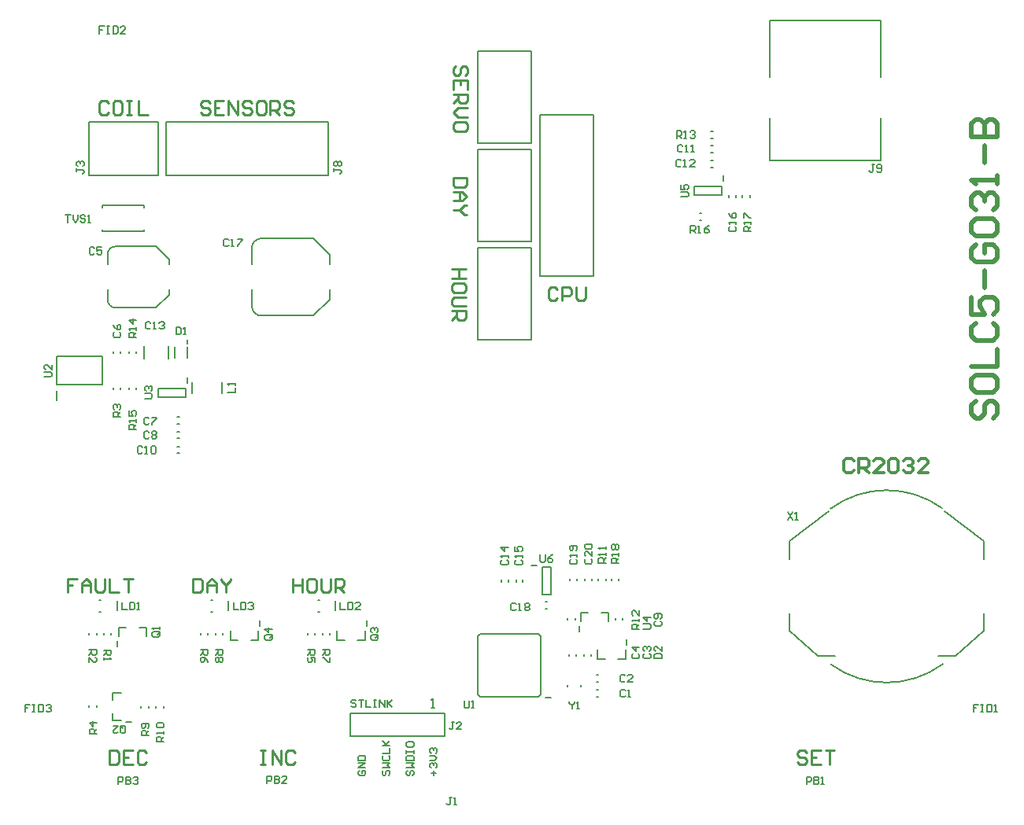
<source format=gto>
G04*
G04 #@! TF.GenerationSoftware,Altium Limited,Altium Designer,20.1.12 (249)*
G04*
G04 Layer_Color=15132400*
%FSLAX25Y25*%
%MOIN*%
G70*
G04*
G04 #@! TF.SameCoordinates,1D8D0487-A391-4BDE-A0F4-8CBC614C10EB*
G04*
G04*
G04 #@! TF.FilePolarity,Positive*
G04*
G01*
G75*
%ADD10C,0.00787*%
%ADD11C,0.01968*%
%ADD12C,0.01181*%
%ADD13C,0.00591*%
%ADD14C,0.00984*%
D10*
X399908Y140988D02*
G03*
X352593Y140801I-23530J-32366D01*
G01*
X352848Y74760D02*
G03*
X400162Y74947I23530J32366D01*
G01*
X49789Y251969D02*
G03*
X46457Y248636I0J-3332D01*
G01*
X46457Y229317D02*
G03*
X49789Y225984I3332J0D01*
G01*
X107480Y226772D02*
G03*
X111683Y222569I4203J0D01*
G01*
Y255384D02*
G03*
X107480Y251181I0J-4203D01*
G01*
X229528Y239370D02*
X252166D01*
Y307874D01*
X229528D02*
X252166D01*
X229528Y239370D02*
Y307874D01*
X251083Y78346D02*
Y79134D01*
X248130Y78346D02*
Y79134D01*
X244784Y78346D02*
Y79134D01*
X241831Y78346D02*
Y79134D01*
X204331Y87795D02*
X228740D01*
X229921Y86614D01*
X203150Y62205D02*
X204331Y61024D01*
X228740D01*
X203150Y62205D02*
Y86614D01*
X229921Y62205D02*
Y86614D01*
X203150D02*
X204331Y87795D01*
X228740Y61024D02*
X229921Y62205D01*
X231889Y60827D02*
X234251D01*
X297244Y262992D02*
X298031D01*
X297244Y266141D02*
X298031D01*
X374016Y323622D02*
Y347638D01*
Y288543D02*
Y306299D01*
X326772Y288543D02*
Y306299D01*
Y288543D02*
X374016D01*
X326772Y323622D02*
Y347638D01*
X374016D01*
X335173Y126982D02*
X352004Y139862D01*
X400826Y139805D02*
X417583Y126982D01*
X398091Y78441D02*
X405610Y78445D01*
X417583Y89035D01*
Y96299D01*
Y119449D02*
Y126982D01*
X335173Y119449D02*
Y126976D01*
Y89035D02*
Y96299D01*
Y89035D02*
X347146Y78445D01*
X354665Y78441D01*
X149292Y54134D02*
X189292D01*
X149292Y44291D02*
X189292D01*
Y54134D01*
X149292Y44291D02*
Y54134D01*
X225787Y116732D02*
X228150D01*
X230512Y116142D02*
X234055D01*
X230512Y104331D02*
X234055D01*
X230512D02*
Y116142D01*
X234055Y104331D02*
Y116142D01*
X51969Y191338D02*
Y192126D01*
X48819Y191338D02*
Y192126D01*
X51870Y206693D02*
Y207480D01*
X48918Y206693D02*
Y207480D01*
X58661Y191339D02*
Y192126D01*
X55511Y191339D02*
Y192126D01*
X58661Y206693D02*
Y207481D01*
X55511Y206693D02*
Y207481D01*
X75984Y170571D02*
X76772D01*
X75984Y173524D02*
X76772D01*
X75984Y164272D02*
X76772D01*
X75984Y167225D02*
X76772D01*
X75984Y179823D02*
X76772D01*
X75984Y176870D02*
X76772D01*
X75001Y204724D02*
Y209449D01*
X80119Y204724D02*
Y209449D01*
X80315Y210630D02*
Y212402D01*
X94882Y189764D02*
Y194489D01*
X82284Y189764D02*
Y194488D01*
X48425Y59646D02*
Y62795D01*
X52362D01*
X48425Y50984D02*
Y54134D01*
Y50984D02*
X52362D01*
X54331Y50394D02*
X56693D01*
X24804Y186752D02*
Y190689D01*
X24961Y193350D02*
X44331D01*
X24961Y205350D02*
X44331D01*
X24961Y193350D02*
Y205350D01*
X44331Y193350D02*
Y205350D01*
X72047Y204331D02*
Y209842D01*
X61811Y204331D02*
Y209842D01*
X80118Y194094D02*
Y196457D01*
X79527Y188189D02*
Y191732D01*
X67716Y188189D02*
Y191732D01*
X79527D01*
X67716Y188189D02*
X79527D01*
X70078Y56299D02*
Y57087D01*
X66929Y56299D02*
Y57087D01*
X60630Y56299D02*
Y57086D01*
X63780Y56299D02*
Y57086D01*
X41732Y56693D02*
Y57481D01*
X38582Y56693D02*
Y57481D01*
X231890Y98523D02*
X232677D01*
X231890Y101476D02*
X232677D01*
X262992Y110236D02*
Y111024D01*
X259842Y110236D02*
Y111024D01*
X251476Y110236D02*
Y111024D01*
X248523Y110236D02*
Y111024D01*
X245177Y110236D02*
Y111024D01*
X242224Y110236D02*
Y111024D01*
X222342Y109843D02*
Y110630D01*
X219389Y109843D02*
Y110630D01*
X216043Y109843D02*
Y110630D01*
X213090Y109843D02*
Y110630D01*
X246260Y88583D02*
Y90945D01*
X246850Y92913D02*
Y96850D01*
X250000D01*
X258661Y92913D02*
Y96850D01*
X255512D02*
X258661D01*
X241339Y93701D02*
Y94488D01*
X244489Y93701D02*
Y94488D01*
X257480Y110236D02*
Y111024D01*
X254330Y110236D02*
Y111024D01*
X261516Y93701D02*
Y94488D01*
X264469Y93701D02*
Y94488D01*
X253937Y77165D02*
X257087D01*
X253937D02*
Y81102D01*
X262599Y77165D02*
X265748D01*
Y81102D01*
X266339Y83071D02*
Y85433D01*
X253543Y70374D02*
X254330D01*
X253543Y67421D02*
X254330D01*
X253543Y64074D02*
X254330D01*
X253543Y61122D02*
X254330D01*
X241339Y65354D02*
Y66142D01*
X246850Y65354D02*
Y66142D01*
X42914Y97146D02*
X43701D01*
X42914Y102067D02*
X43701D01*
X50394Y97638D02*
Y101575D01*
X90158Y97145D02*
X90945D01*
X90158Y102067D02*
X90945D01*
X97638Y97638D02*
Y101575D01*
X135433Y97146D02*
X136221D01*
X135433Y102067D02*
X136221D01*
X142913Y97638D02*
Y101575D01*
X38583Y87401D02*
Y88189D01*
X41733Y87401D02*
Y88189D01*
X44882Y87401D02*
Y88189D01*
X48032Y87401D02*
Y88189D01*
X59842Y90551D02*
X62992D01*
Y86614D02*
Y90551D01*
X51181D02*
X54331D01*
X51181Y86614D02*
Y90551D01*
X50591Y82284D02*
Y84646D01*
X92126Y87401D02*
Y88189D01*
X95276Y87401D02*
Y88189D01*
X85827Y87401D02*
Y88189D01*
X88977Y87401D02*
Y88189D01*
X98425Y85039D02*
X101575D01*
X98425D02*
Y88976D01*
X107087Y85039D02*
X110236D01*
Y88976D01*
X110827Y90945D02*
Y93307D01*
X137402Y87401D02*
Y88189D01*
X140551Y87401D02*
Y88189D01*
X131103Y87401D02*
Y88189D01*
X134252Y87401D02*
Y88189D01*
X143701Y85039D02*
X146851D01*
X143701D02*
Y88976D01*
X152362Y85039D02*
X155512D01*
Y88976D01*
X156102Y90945D02*
Y93307D01*
X72441Y244291D02*
Y246457D01*
X66929Y251969D02*
X72441Y246457D01*
X66929Y225984D02*
X72441Y231496D01*
Y233858D01*
X49789Y251969D02*
X66929D01*
X46457Y244291D02*
Y248636D01*
X46457Y229317D02*
Y233661D01*
X49789Y225984D02*
X66929D01*
X71260Y282086D02*
Y304724D01*
Y282086D02*
X139764D01*
Y304724D01*
X71260D02*
X139764D01*
X140551Y244291D02*
Y248425D01*
X133592Y255384D02*
X140551Y248425D01*
X133592Y222569D02*
X140551Y229528D01*
Y233661D01*
X111683Y222569D02*
X133592D01*
X107480Y226772D02*
Y233661D01*
X111683Y255384D02*
X133592D01*
X107480Y244291D02*
Y251181D01*
X38583Y282086D02*
Y304724D01*
Y282086D02*
X67716D01*
Y304724D01*
X38583D02*
X67716D01*
X62008Y258268D02*
Y259055D01*
X44291Y258268D02*
Y259055D01*
X62008Y268504D02*
Y269291D01*
X44291Y268504D02*
Y269291D01*
Y258268D02*
X62008D01*
X44291Y269291D02*
X62008D01*
X309548Y272834D02*
Y273622D01*
X312500Y272834D02*
Y273622D01*
X315355Y272834D02*
Y273622D01*
X318504Y272834D02*
Y273622D01*
X301969Y297638D02*
X302756D01*
X301969Y300788D02*
X302756D01*
X301969Y291831D02*
X302756D01*
X301969Y294784D02*
X302756D01*
X301969Y285532D02*
X302756D01*
X301969Y288485D02*
X302756D01*
X294882Y273819D02*
X306693D01*
X294882Y277362D02*
X306693D01*
X294882Y273819D02*
Y277362D01*
X306693Y273819D02*
Y277362D01*
X307283Y279724D02*
Y282086D01*
X225984Y254134D02*
Y293110D01*
X203346Y254134D02*
X225984D01*
X203346D02*
Y293110D01*
X225984D01*
X225984Y212401D02*
Y251378D01*
X203346Y212401D02*
X225984D01*
X203346D02*
Y251378D01*
X225984D01*
X203346Y334842D02*
X225984D01*
X203346Y295866D02*
Y334842D01*
Y295866D02*
X225984D01*
Y334842D01*
D11*
X414045Y186480D02*
X412208Y184644D01*
Y180971D01*
X414045Y179134D01*
X415882D01*
X417718Y180971D01*
Y184644D01*
X419555Y186480D01*
X421392D01*
X423228Y184644D01*
Y180971D01*
X421392Y179134D01*
X412208Y195664D02*
Y191991D01*
X414045Y190154D01*
X421392D01*
X423228Y191991D01*
Y195664D01*
X421392Y197501D01*
X414045D01*
X412208Y195664D01*
Y201174D02*
X423228D01*
Y208521D01*
X414045Y219541D02*
X412208Y217704D01*
Y214031D01*
X414045Y212194D01*
X421392D01*
X423228Y214031D01*
Y217704D01*
X421392Y219541D01*
X412208Y230561D02*
Y223214D01*
X417718D01*
X415882Y226887D01*
Y228724D01*
X417718Y230561D01*
X421392D01*
X423228Y228724D01*
Y225051D01*
X421392Y223214D01*
X417718Y234234D02*
Y241581D01*
X414045Y252601D02*
X412208Y250764D01*
Y247091D01*
X414045Y245254D01*
X421392D01*
X423228Y247091D01*
Y250764D01*
X421392Y252601D01*
X417718D01*
Y248928D01*
X414045Y256274D02*
X412208Y258111D01*
Y261784D01*
X414045Y263621D01*
X421392D01*
X423228Y261784D01*
Y258111D01*
X421392Y256274D01*
X414045D01*
Y267294D02*
X412208Y269131D01*
Y272804D01*
X414045Y274641D01*
X415882D01*
X417718Y272804D01*
Y270968D01*
Y272804D01*
X419555Y274641D01*
X421392D01*
X423228Y272804D01*
Y269131D01*
X421392Y267294D01*
X423228Y278314D02*
Y281988D01*
Y280151D01*
X412208D01*
X414045Y278314D01*
X417718Y287498D02*
Y294845D01*
X412208Y298518D02*
X423228D01*
Y304028D01*
X421392Y305865D01*
X419555D01*
X417718Y304028D01*
Y298518D01*
Y304028D01*
X415882Y305865D01*
X414045D01*
X412208Y304028D01*
Y298518D01*
D12*
X362466Y161153D02*
X361416Y162203D01*
X359317D01*
X358268Y161153D01*
Y156955D01*
X359317Y155905D01*
X361416D01*
X362466Y156955D01*
X364565Y155905D02*
Y162203D01*
X367713D01*
X368763Y161153D01*
Y159054D01*
X367713Y158005D01*
X364565D01*
X366664D02*
X368763Y155905D01*
X375060D02*
X370862D01*
X375060Y160104D01*
Y161153D01*
X374011Y162203D01*
X371912D01*
X370862Y161153D01*
X377159D02*
X378209Y162203D01*
X380308D01*
X381357Y161153D01*
Y156955D01*
X380308Y155905D01*
X378209D01*
X377159Y156955D01*
Y161153D01*
X383456D02*
X384506Y162203D01*
X386605D01*
X387654Y161153D01*
Y160104D01*
X386605Y159054D01*
X385556D01*
X386605D01*
X387654Y158005D01*
Y156955D01*
X386605Y155905D01*
X384506D01*
X383456Y156955D01*
X393952Y155905D02*
X389754D01*
X393952Y160104D01*
Y161153D01*
X392902Y162203D01*
X390803D01*
X389754Y161153D01*
D13*
X153085Y29855D02*
X152560Y29330D01*
Y28281D01*
X153085Y27756D01*
X155184D01*
X155709Y28281D01*
Y29330D01*
X155184Y29855D01*
X154134D01*
Y28805D01*
X155709Y30904D02*
X152560D01*
X155709Y33004D01*
X152560D01*
Y34053D02*
X155709D01*
Y35627D01*
X155184Y36152D01*
X153085D01*
X152560Y35627D01*
Y34053D01*
X184449Y27756D02*
Y29855D01*
X183400Y28805D02*
X185499D01*
X183400Y30904D02*
X182875Y31429D01*
Y32479D01*
X183400Y33004D01*
X183925D01*
X184449Y32479D01*
Y31954D01*
Y32479D01*
X184974Y33004D01*
X185499D01*
X186024Y32479D01*
Y31429D01*
X185499Y30904D01*
X182875Y34053D02*
X184974D01*
X186024Y35103D01*
X184974Y36152D01*
X182875D01*
X183400Y37202D02*
X182875Y37726D01*
Y38776D01*
X183400Y39301D01*
X183925D01*
X184449Y38776D01*
Y38251D01*
Y38776D01*
X184974Y39301D01*
X185499D01*
X186024Y38776D01*
Y37726D01*
X185499Y37202D01*
X163321Y29855D02*
X162796Y29330D01*
Y28281D01*
X163321Y27756D01*
X163846D01*
X164371Y28281D01*
Y29330D01*
X164895Y29855D01*
X165420D01*
X165945Y29330D01*
Y28281D01*
X165420Y27756D01*
X162796Y30904D02*
X165945D01*
X164895Y31954D01*
X165945Y33004D01*
X162796D01*
X163321Y36152D02*
X162796Y35627D01*
Y34578D01*
X163321Y34053D01*
X165420D01*
X165945Y34578D01*
Y35627D01*
X165420Y36152D01*
X162796Y37202D02*
X165945D01*
Y39301D01*
X162796Y40350D02*
X165945D01*
X164895D01*
X162796Y42449D01*
X164371Y40875D01*
X165945Y42449D01*
X173557Y29855D02*
X173032Y29330D01*
Y28281D01*
X173557Y27756D01*
X174082D01*
X174607Y28281D01*
Y29330D01*
X175132Y29855D01*
X175656D01*
X176181Y29330D01*
Y28281D01*
X175656Y27756D01*
X173032Y30904D02*
X176181D01*
X175132Y31954D01*
X176181Y33004D01*
X173032D01*
Y34053D02*
X176181D01*
Y35627D01*
X175656Y36152D01*
X173557D01*
X173032Y35627D01*
Y34053D01*
Y37202D02*
Y38251D01*
Y37726D01*
X176181D01*
Y37202D01*
Y38251D01*
X173032Y41400D02*
Y40350D01*
X173557Y39825D01*
X175656D01*
X176181Y40350D01*
Y41400D01*
X175656Y41925D01*
X173557D01*
X173032Y41400D01*
X183465Y56299D02*
X184776D01*
X184121D01*
Y60235D01*
X183465Y59579D01*
X219423Y100262D02*
X218898Y100787D01*
X217849D01*
X217324Y100262D01*
Y98163D01*
X217849Y97638D01*
X218898D01*
X219423Y98163D01*
X220473Y97638D02*
X221522D01*
X220998D01*
Y100787D01*
X220473Y100262D01*
X223096D02*
X223621Y100787D01*
X224671D01*
X225196Y100262D01*
Y99737D01*
X224671Y99213D01*
X225196Y98688D01*
Y98163D01*
X224671Y97638D01*
X223621D01*
X223096Y98163D01*
Y98688D01*
X223621Y99213D01*
X223096Y99737D01*
Y100262D01*
X223621Y99213D02*
X224671D01*
X289305Y288254D02*
X288780Y288779D01*
X287731D01*
X287206Y288254D01*
Y286155D01*
X287731Y285630D01*
X288780D01*
X289305Y286155D01*
X290355Y285630D02*
X291404D01*
X290879D01*
Y288779D01*
X290355Y288254D01*
X295077Y285630D02*
X292978D01*
X295077Y287730D01*
Y288254D01*
X294553Y288779D01*
X293503D01*
X292978Y288254D01*
X197507Y59448D02*
Y56824D01*
X198032Y56300D01*
X199082D01*
X199606Y56824D01*
Y59448D01*
X200656Y56300D02*
X201705D01*
X201181D01*
Y59448D01*
X200656Y58924D01*
X262992Y117718D02*
X259843D01*
Y119292D01*
X260368Y119817D01*
X261417D01*
X261942Y119292D01*
Y117718D01*
Y118767D02*
X262992Y119817D01*
Y120866D02*
Y121916D01*
Y121391D01*
X259843D01*
X260368Y120866D01*
Y123490D02*
X259843Y124015D01*
Y125065D01*
X260368Y125589D01*
X260893D01*
X261417Y125065D01*
X261942Y125589D01*
X262467D01*
X262992Y125065D01*
Y124015D01*
X262467Y123490D01*
X261942D01*
X261417Y124015D01*
X260893Y123490D01*
X260368D01*
X261417Y124015D02*
Y125065D01*
X271653Y89765D02*
X268504D01*
Y91339D01*
X269029Y91864D01*
X270079D01*
X270603Y91339D01*
Y89765D01*
Y90815D02*
X271653Y91864D01*
Y92914D02*
Y93963D01*
Y93438D01*
X268504D01*
X269029Y92914D01*
X271653Y97636D02*
Y95538D01*
X269554Y97636D01*
X269029D01*
X268504Y97112D01*
Y96062D01*
X269029Y95538D01*
X257480Y117849D02*
X254331D01*
Y119423D01*
X254856Y119948D01*
X255906D01*
X256430Y119423D01*
Y117849D01*
Y118898D02*
X257480Y119948D01*
Y120998D02*
Y122047D01*
Y121522D01*
X254331D01*
X254856Y120998D01*
X257480Y123621D02*
Y124671D01*
Y124146D01*
X254331D01*
X254856Y123621D01*
X131103Y80970D02*
X134251D01*
Y79396D01*
X133726Y78871D01*
X132677D01*
X132152Y79396D01*
Y80970D01*
Y79921D02*
X131103Y78871D01*
X134251Y75722D02*
Y77822D01*
X132677D01*
X133202Y76772D01*
Y76247D01*
X132677Y75722D01*
X131627D01*
X131103Y76247D01*
Y77297D01*
X131627Y77822D01*
X99739Y101181D02*
Y98032D01*
X101838D01*
X102887Y101181D02*
Y98032D01*
X104462D01*
X104987Y98557D01*
Y100656D01*
X104462Y101181D01*
X102887D01*
X106036Y100656D02*
X106561Y101181D01*
X107610D01*
X108135Y100656D01*
Y100131D01*
X107610Y99606D01*
X107086D01*
X107610D01*
X108135Y99081D01*
Y98557D01*
X107610Y98032D01*
X106561D01*
X106036Y98557D01*
X145015Y101181D02*
Y98032D01*
X147114D01*
X148163Y101181D02*
Y98032D01*
X149738D01*
X150262Y98557D01*
Y100656D01*
X149738Y101181D01*
X148163D01*
X153411Y98032D02*
X151312D01*
X153411Y100131D01*
Y100656D01*
X152886Y101181D01*
X151837D01*
X151312Y100656D01*
X242651Y119423D02*
X242126Y118898D01*
Y117849D01*
X242651Y117324D01*
X244750D01*
X245275Y117849D01*
Y118898D01*
X244750Y119423D01*
X245275Y120473D02*
Y121522D01*
Y120998D01*
X242126D01*
X242651Y120473D01*
X244750Y123097D02*
X245275Y123621D01*
Y124671D01*
X244750Y125196D01*
X242651D01*
X242126Y124671D01*
Y123621D01*
X242651Y123097D01*
X243176D01*
X243701Y123621D01*
Y125196D01*
X219423Y119029D02*
X218898Y118505D01*
Y117455D01*
X219423Y116930D01*
X221522D01*
X222047Y117455D01*
Y118505D01*
X221522Y119029D01*
X222047Y120079D02*
Y121128D01*
Y120604D01*
X218898D01*
X219423Y120079D01*
X218898Y124802D02*
Y122703D01*
X220472D01*
X219948Y123752D01*
Y124277D01*
X220472Y124802D01*
X221522D01*
X222047Y124277D01*
Y123228D01*
X221522Y122703D01*
X64042Y173097D02*
X63517Y173621D01*
X62468D01*
X61943Y173097D01*
Y170998D01*
X62468Y170473D01*
X63517D01*
X64042Y170998D01*
X65092Y173097D02*
X65617Y173621D01*
X66666D01*
X67191Y173097D01*
Y172572D01*
X66666Y172047D01*
X67191Y171522D01*
Y170998D01*
X66666Y170473D01*
X65617D01*
X65092Y170998D01*
Y171522D01*
X65617Y172047D01*
X65092Y172572D01*
Y173097D01*
X65617Y172047D02*
X66666D01*
X241995Y59055D02*
Y58530D01*
X243045Y57480D01*
X244094Y58530D01*
Y59055D01*
X243045Y57480D02*
Y55906D01*
X245144D02*
X246194D01*
X245669D01*
Y59055D01*
X245144Y58530D01*
X334515Y139370D02*
X336614Y136221D01*
Y139370D02*
X334515Y136221D01*
X337664D02*
X338713D01*
X338189D01*
Y139370D01*
X337664Y138845D01*
X273229Y89896D02*
X275853D01*
X276377Y90421D01*
Y91470D01*
X275853Y91995D01*
X273229D01*
X276377Y94619D02*
X273229D01*
X274803Y93045D01*
Y95144D01*
X229660Y121259D02*
Y118635D01*
X230184Y118111D01*
X231234D01*
X231759Y118635D01*
Y121259D01*
X234907D02*
X233858Y120735D01*
X232808Y119685D01*
Y118635D01*
X233333Y118111D01*
X234383D01*
X234907Y118635D01*
Y119160D01*
X234383Y119685D01*
X232808D01*
X289371Y272967D02*
X291994D01*
X292519Y273492D01*
Y274541D01*
X291994Y275066D01*
X289371D01*
Y278214D02*
Y276115D01*
X290945D01*
X290420Y277165D01*
Y277690D01*
X290945Y278214D01*
X291994D01*
X292519Y277690D01*
Y276640D01*
X291994Y276115D01*
X62205Y187534D02*
X64829D01*
X65354Y188058D01*
Y189108D01*
X64829Y189633D01*
X62205D01*
X62730Y190682D02*
X62205Y191207D01*
Y192256D01*
X62730Y192781D01*
X63255D01*
X63779Y192256D01*
Y191732D01*
Y192256D01*
X64304Y192781D01*
X64829D01*
X65354Y192256D01*
Y191207D01*
X64829Y190682D01*
X19685Y196589D02*
X22309D01*
X22834Y197114D01*
Y198163D01*
X22309Y198688D01*
X19685D01*
X22834Y201836D02*
Y199737D01*
X20735Y201836D01*
X20210D01*
X19685Y201312D01*
Y200262D01*
X20210Y199737D01*
X28611Y265354D02*
X30710D01*
X29660D01*
Y262205D01*
X31759Y265354D02*
Y263255D01*
X32809Y262205D01*
X33858Y263255D01*
Y265354D01*
X37007Y264829D02*
X36482Y265354D01*
X35433D01*
X34908Y264829D01*
Y264304D01*
X35433Y263779D01*
X36482D01*
X37007Y263255D01*
Y262730D01*
X36482Y262205D01*
X35433D01*
X34908Y262730D01*
X38056Y262205D02*
X39106D01*
X38581D01*
Y265354D01*
X38056Y264829D01*
X318897Y258269D02*
X315749D01*
Y259843D01*
X316273Y260368D01*
X317323D01*
X317848Y259843D01*
Y258269D01*
Y259318D02*
X318897Y260368D01*
Y261418D02*
Y262467D01*
Y261942D01*
X315749D01*
X316273Y261418D01*
X315749Y264041D02*
Y266141D01*
X316273D01*
X318372Y264041D01*
X318897D01*
X293308Y257678D02*
Y260826D01*
X294883D01*
X295407Y260301D01*
Y259252D01*
X294883Y258727D01*
X293308D01*
X294358D02*
X295407Y257678D01*
X296457D02*
X297506D01*
X296982D01*
Y260826D01*
X296457Y260301D01*
X301180Y260826D02*
X300130Y260301D01*
X299081Y259252D01*
Y258202D01*
X299605Y257678D01*
X300655D01*
X301180Y258202D01*
Y258727D01*
X300655Y259252D01*
X299081D01*
X58661Y174411D02*
X55512D01*
Y175985D01*
X56037Y176510D01*
X57087D01*
X57611Y175985D01*
Y174411D01*
Y175460D02*
X58661Y176510D01*
Y177559D02*
Y178609D01*
Y178084D01*
X55512D01*
X56037Y177559D01*
X55512Y182282D02*
Y180183D01*
X57087D01*
X56562Y181233D01*
Y181757D01*
X57087Y182282D01*
X58136D01*
X58661Y181757D01*
Y180708D01*
X58136Y180183D01*
X58661Y213387D02*
X55512D01*
Y214961D01*
X56037Y215486D01*
X57087D01*
X57611Y214961D01*
Y213387D01*
Y214437D02*
X58661Y215486D01*
Y216536D02*
Y217585D01*
Y217060D01*
X55512D01*
X56037Y216536D01*
X58661Y220734D02*
X55512D01*
X57087Y219160D01*
Y221259D01*
X287403Y297835D02*
Y300984D01*
X288977D01*
X289502Y300459D01*
Y299410D01*
X288977Y298885D01*
X287403D01*
X288452D02*
X289502Y297835D01*
X290551D02*
X291601D01*
X291076D01*
Y300984D01*
X290551Y300459D01*
X293175D02*
X293700Y300984D01*
X294750D01*
X295274Y300459D01*
Y299934D01*
X294750Y299410D01*
X294225D01*
X294750D01*
X295274Y298885D01*
Y298360D01*
X294750Y297835D01*
X293700D01*
X293175Y298360D01*
X70275Y42127D02*
X67127D01*
Y43702D01*
X67651Y44226D01*
X68701D01*
X69226Y43702D01*
Y42127D01*
Y43177D02*
X70275Y44226D01*
Y45276D02*
Y46325D01*
Y45801D01*
X67127D01*
X67651Y45276D01*
Y47900D02*
X67127Y48425D01*
Y49474D01*
X67651Y49999D01*
X69750D01*
X70275Y49474D01*
Y48425D01*
X69750Y47900D01*
X67651D01*
X63976Y44620D02*
X60827D01*
Y46195D01*
X61352Y46719D01*
X62402D01*
X62926Y46195D01*
Y44620D01*
Y45670D02*
X63976Y46719D01*
X63451Y47769D02*
X63976Y48294D01*
Y49343D01*
X63451Y49868D01*
X61352D01*
X60827Y49343D01*
Y48294D01*
X61352Y47769D01*
X61877D01*
X62402Y48294D01*
Y49868D01*
X41929Y45408D02*
X38780D01*
Y46982D01*
X39305Y47507D01*
X40354D01*
X40879Y46982D01*
Y45408D01*
Y46457D02*
X41929Y47507D01*
Y50131D02*
X38780D01*
X40354Y48556D01*
Y50655D01*
X92127Y80970D02*
X95275D01*
Y79396D01*
X94750Y78871D01*
X93701D01*
X93176Y79396D01*
Y80970D01*
Y79921D02*
X92127Y78871D01*
X94750Y77822D02*
X95275Y77297D01*
Y76247D01*
X94750Y75723D01*
X94226D01*
X93701Y76247D01*
X93176Y75723D01*
X92651D01*
X92127Y76247D01*
Y77297D01*
X92651Y77822D01*
X93176D01*
X93701Y77297D01*
X94226Y77822D01*
X94750D01*
X93701Y77297D02*
Y76247D01*
X137402Y80970D02*
X140550D01*
Y79396D01*
X140026Y78871D01*
X138976D01*
X138451Y79396D01*
Y80970D01*
Y79921D02*
X137402Y78871D01*
X140550Y77822D02*
Y75722D01*
X140026D01*
X137926Y77822D01*
X137402D01*
X85827Y80970D02*
X88976D01*
Y79396D01*
X88451Y78871D01*
X87402D01*
X86877Y79396D01*
Y80970D01*
Y79921D02*
X85827Y78871D01*
X88976Y75723D02*
X88451Y76772D01*
X87402Y77822D01*
X86352D01*
X85827Y77297D01*
Y76247D01*
X86352Y75723D01*
X86877D01*
X87402Y76247D01*
Y77822D01*
X51968Y179660D02*
X48819D01*
Y181234D01*
X49344Y181759D01*
X50394D01*
X50919Y181234D01*
Y179660D01*
Y180709D02*
X51968Y181759D01*
X49344Y182808D02*
X48819Y183333D01*
Y184382D01*
X49344Y184907D01*
X49869D01*
X50394Y184382D01*
Y183858D01*
Y184382D01*
X50919Y184907D01*
X51443D01*
X51968Y184382D01*
Y183333D01*
X51443Y182808D01*
X38583Y80970D02*
X41732D01*
Y79396D01*
X41207Y78871D01*
X40157D01*
X39633Y79396D01*
Y80970D01*
Y79921D02*
X38583Y78871D01*
Y75723D02*
Y77822D01*
X40682Y75723D01*
X41207D01*
X41732Y76247D01*
Y77297D01*
X41207Y77822D01*
X44882Y80839D02*
X48031D01*
Y79265D01*
X47506Y78740D01*
X46457D01*
X45932Y79265D01*
Y80839D01*
Y79790D02*
X44882Y78740D01*
Y77691D02*
Y76641D01*
Y77166D01*
X48031D01*
X47506Y77691D01*
X115617Y87270D02*
X113517D01*
X112993Y86746D01*
Y85696D01*
X113517Y85172D01*
X115617D01*
X116141Y85696D01*
Y86746D01*
X115092Y86221D02*
X116141Y87270D01*
Y86746D02*
X115617Y87270D01*
X116141Y89894D02*
X112993D01*
X114567Y88320D01*
Y90419D01*
X160498Y87270D02*
X158399D01*
X157875Y86746D01*
Y85696D01*
X158399Y85172D01*
X160498D01*
X161023Y85696D01*
Y86746D01*
X159974Y86221D02*
X161023Y87270D01*
Y86746D02*
X160498Y87270D01*
X158399Y88320D02*
X157875Y88845D01*
Y89894D01*
X158399Y90419D01*
X158924D01*
X159449Y89894D01*
Y89370D01*
Y89894D01*
X159974Y90419D01*
X160498D01*
X161023Y89894D01*
Y88845D01*
X160498Y88320D01*
X51903Y48294D02*
Y46195D01*
X52428Y45670D01*
X53477D01*
X54002Y46195D01*
Y48294D01*
X53477Y48818D01*
X52428D01*
X52952Y47769D02*
X51903Y48818D01*
X52428D02*
X51903Y48294D01*
X48754Y48818D02*
X50853D01*
X48754Y46719D01*
Y46195D01*
X49279Y45670D01*
X50328D01*
X50853Y46195D01*
X67979Y88583D02*
X65880D01*
X65355Y88058D01*
Y87008D01*
X65880Y86484D01*
X67979D01*
X68503Y87008D01*
Y88058D01*
X67454Y87533D02*
X68503Y88583D01*
Y88058D02*
X67979Y88583D01*
X68503Y89632D02*
Y90682D01*
Y90157D01*
X65355D01*
X65880Y89632D01*
X50920Y24016D02*
Y27165D01*
X52494D01*
X53019Y26640D01*
Y25591D01*
X52494Y25066D01*
X50920D01*
X54069Y27165D02*
Y24016D01*
X55643D01*
X56168Y24541D01*
Y25066D01*
X55643Y25591D01*
X54069D01*
X55643D01*
X56168Y26115D01*
Y26640D01*
X55643Y27165D01*
X54069D01*
X57217Y26640D02*
X57742Y27165D01*
X58792D01*
X59316Y26640D01*
Y26115D01*
X58792Y25591D01*
X58267D01*
X58792D01*
X59316Y25066D01*
Y24541D01*
X58792Y24016D01*
X57742D01*
X57217Y24541D01*
X113912Y24410D02*
Y27559D01*
X115486D01*
X116011Y27034D01*
Y25984D01*
X115486Y25460D01*
X113912D01*
X117061Y27559D02*
Y24410D01*
X118635D01*
X119160Y24935D01*
Y25460D01*
X118635Y25984D01*
X117061D01*
X118635D01*
X119160Y26509D01*
Y27034D01*
X118635Y27559D01*
X117061D01*
X122308Y24410D02*
X120209D01*
X122308Y26509D01*
Y27034D01*
X121784Y27559D01*
X120734D01*
X120209Y27034D01*
X342390Y24016D02*
Y27165D01*
X343964D01*
X344489Y26640D01*
Y25591D01*
X343964Y25066D01*
X342390D01*
X345538Y27165D02*
Y24016D01*
X347112D01*
X347637Y24541D01*
Y25066D01*
X347112Y25591D01*
X345538D01*
X347112D01*
X347637Y26115D01*
Y26640D01*
X347112Y27165D01*
X345538D01*
X348687Y24016D02*
X349736D01*
X349212D01*
Y27165D01*
X348687Y26640D01*
X52626Y101181D02*
Y98032D01*
X54725D01*
X55774Y101181D02*
Y98032D01*
X57349D01*
X57873Y98557D01*
Y100656D01*
X57349Y101181D01*
X55774D01*
X58923Y98032D02*
X59973D01*
X59448D01*
Y101181D01*
X58923Y100656D01*
X97245Y190027D02*
X100393D01*
Y192126D01*
Y193175D02*
Y194225D01*
Y193700D01*
X97245D01*
X97769Y193175D01*
X371129Y286614D02*
X370079D01*
X370604D01*
Y283990D01*
X370079Y283465D01*
X369554D01*
X369030Y283990D01*
X372178D02*
X372703Y283465D01*
X373753D01*
X374277Y283990D01*
Y286089D01*
X373753Y286614D01*
X372703D01*
X372178Y286089D01*
Y285564D01*
X372703Y285039D01*
X374277D01*
X142323Y284908D02*
Y283859D01*
Y284384D01*
X144947D01*
X145472Y283859D01*
Y283334D01*
X144947Y282809D01*
X142848Y285958D02*
X142323Y286483D01*
Y287532D01*
X142848Y288057D01*
X143373D01*
X143898Y287532D01*
X144422Y288057D01*
X144947D01*
X145472Y287532D01*
Y286483D01*
X144947Y285958D01*
X144422D01*
X143898Y286483D01*
X143373Y285958D01*
X142848D01*
X143898Y286483D02*
Y287532D01*
X33268Y284908D02*
Y283859D01*
Y284384D01*
X35892D01*
X36417Y283859D01*
Y283334D01*
X35892Y282809D01*
X33793Y285958D02*
X33268Y286483D01*
Y287532D01*
X33793Y288057D01*
X34318D01*
X34843Y287532D01*
Y287007D01*
Y287532D01*
X35367Y288057D01*
X35892D01*
X36417Y287532D01*
Y286483D01*
X35892Y285958D01*
X193176Y50393D02*
X192127D01*
X192651D01*
Y47769D01*
X192127Y47245D01*
X191602D01*
X191077Y47769D01*
X196325Y47245D02*
X194226D01*
X196325Y49344D01*
Y49868D01*
X195800Y50393D01*
X194750D01*
X194226Y49868D01*
X151708Y59317D02*
X151183Y59842D01*
X150134D01*
X149609Y59317D01*
Y58793D01*
X150134Y58268D01*
X151183D01*
X151708Y57743D01*
Y57218D01*
X151183Y56693D01*
X150134D01*
X149609Y57218D01*
X152758Y59842D02*
X154857D01*
X153807D01*
Y56693D01*
X155906Y59842D02*
Y56693D01*
X158005D01*
X159055Y59842D02*
X160104D01*
X159580D01*
Y56693D01*
X159055D01*
X160104D01*
X161679D02*
Y59842D01*
X163778Y56693D01*
Y59842D01*
X164827D02*
Y56693D01*
Y57743D01*
X166926Y59842D01*
X165352Y58268D01*
X166926Y56693D01*
X192126Y18503D02*
X191076D01*
X191601D01*
Y15880D01*
X191076Y15355D01*
X190552D01*
X190027Y15880D01*
X193175Y15355D02*
X194225D01*
X193700D01*
Y18503D01*
X193175Y17979D01*
X13598Y57848D02*
X11499D01*
Y56274D01*
X12549D01*
X11499D01*
Y54699D01*
X14648Y57848D02*
X15697D01*
X15173D01*
Y54699D01*
X14648D01*
X15697D01*
X17272Y57848D02*
Y54699D01*
X18846D01*
X19371Y55224D01*
Y57323D01*
X18846Y57848D01*
X17272D01*
X20420Y57323D02*
X20945Y57848D01*
X21994D01*
X22519Y57323D01*
Y56798D01*
X21994Y56274D01*
X21470D01*
X21994D01*
X22519Y55749D01*
Y55224D01*
X21994Y54699D01*
X20945D01*
X20420Y55224D01*
X45098Y345248D02*
X42999D01*
Y343673D01*
X44049D01*
X42999D01*
Y342099D01*
X46148Y345248D02*
X47197D01*
X46673D01*
Y342099D01*
X46148D01*
X47197D01*
X48772Y345248D02*
Y342099D01*
X50346D01*
X50871Y342624D01*
Y344723D01*
X50346Y345248D01*
X48772D01*
X54019Y342099D02*
X51920D01*
X54019Y344198D01*
Y344723D01*
X53495Y345248D01*
X52445D01*
X51920Y344723D01*
X415198Y57848D02*
X413099D01*
Y56274D01*
X414149D01*
X413099D01*
Y54699D01*
X416248Y57848D02*
X417297D01*
X416773D01*
Y54699D01*
X416248D01*
X417297D01*
X418872Y57848D02*
Y54699D01*
X420446D01*
X420971Y55224D01*
Y57323D01*
X420446Y57848D01*
X418872D01*
X422020Y54699D02*
X423070D01*
X422545D01*
Y57848D01*
X422020Y57323D01*
X75460Y217716D02*
Y214567D01*
X77034D01*
X77559Y215092D01*
Y217191D01*
X77034Y217716D01*
X75460D01*
X78609Y214567D02*
X79658D01*
X79133D01*
Y217716D01*
X78609Y217191D01*
X277953Y77297D02*
X281102D01*
Y78872D01*
X280577Y79396D01*
X278478D01*
X277953Y78872D01*
Y77297D01*
X281102Y82545D02*
Y80446D01*
X279003Y82545D01*
X278478D01*
X277953Y82020D01*
Y80971D01*
X278478Y80446D01*
X248951Y119554D02*
X248426Y119030D01*
Y117980D01*
X248951Y117455D01*
X251049D01*
X251574Y117980D01*
Y119030D01*
X251049Y119554D01*
X251574Y122703D02*
Y120604D01*
X249475Y122703D01*
X248951D01*
X248426Y122178D01*
Y121129D01*
X248951Y120604D01*
Y123753D02*
X248426Y124277D01*
Y125327D01*
X248951Y125852D01*
X251049D01*
X251574Y125327D01*
Y124277D01*
X251049Y123753D01*
X248951D01*
X97770Y254593D02*
X97245Y255118D01*
X96195D01*
X95671Y254593D01*
Y252494D01*
X96195Y251969D01*
X97245D01*
X97770Y252494D01*
X98819Y251969D02*
X99869D01*
X99344D01*
Y255118D01*
X98819Y254593D01*
X101443Y255118D02*
X103542D01*
Y254593D01*
X101443Y252494D01*
Y251969D01*
X278478Y93176D02*
X277953Y92651D01*
Y91602D01*
X278478Y91077D01*
X280577D01*
X281102Y91602D01*
Y92651D01*
X280577Y93176D01*
Y94226D02*
X281102Y94750D01*
Y95800D01*
X280577Y96325D01*
X278478D01*
X277953Y95800D01*
Y94750D01*
X278478Y94226D01*
X279003D01*
X279528Y94750D01*
Y96325D01*
X213517Y119029D02*
X212993Y118505D01*
Y117455D01*
X213517Y116930D01*
X215616D01*
X216141Y117455D01*
Y118505D01*
X215616Y119029D01*
X216141Y120079D02*
Y121128D01*
Y120604D01*
X212993D01*
X213517Y120079D01*
X216141Y124277D02*
X212993D01*
X214567Y122703D01*
Y124802D01*
X309974Y260368D02*
X309449Y259843D01*
Y258794D01*
X309974Y258269D01*
X312073D01*
X312598Y258794D01*
Y259843D01*
X312073Y260368D01*
X312598Y261418D02*
Y262467D01*
Y261942D01*
X309449D01*
X309974Y261418D01*
X309449Y266141D02*
X309974Y265091D01*
X311024Y264041D01*
X312073D01*
X312598Y264566D01*
Y265616D01*
X312073Y266141D01*
X311548D01*
X311024Y265616D01*
Y264041D01*
X64699Y219553D02*
X64174Y220078D01*
X63125D01*
X62600Y219553D01*
Y217454D01*
X63125Y216930D01*
X64174D01*
X64699Y217454D01*
X65748Y216930D02*
X66798D01*
X66273D01*
Y220078D01*
X65748Y219553D01*
X68372D02*
X68897Y220078D01*
X69946D01*
X70471Y219553D01*
Y219029D01*
X69946Y218504D01*
X69422D01*
X69946D01*
X70471Y217979D01*
Y217454D01*
X69946Y216930D01*
X68897D01*
X68372Y217454D01*
X290027Y294553D02*
X289502Y295078D01*
X288452D01*
X287928Y294553D01*
Y292454D01*
X288452Y291930D01*
X289502D01*
X290027Y292454D01*
X291076Y291930D02*
X292126D01*
X291601D01*
Y295078D01*
X291076Y294553D01*
X293700Y291930D02*
X294750D01*
X294225D01*
Y295078D01*
X293700Y294553D01*
X61155Y166798D02*
X60631Y167322D01*
X59581D01*
X59056Y166798D01*
Y164699D01*
X59581Y164174D01*
X60631D01*
X61155Y164699D01*
X62205Y164174D02*
X63254D01*
X62730D01*
Y167322D01*
X62205Y166798D01*
X64829D02*
X65354Y167322D01*
X66403D01*
X66928Y166798D01*
Y164699D01*
X66403Y164174D01*
X65354D01*
X64829Y164699D01*
Y166798D01*
X64042Y179002D02*
X63517Y179527D01*
X62468D01*
X61943Y179002D01*
Y176903D01*
X62468Y176379D01*
X63517D01*
X64042Y176903D01*
X65092Y179527D02*
X67191D01*
Y179002D01*
X65092Y176903D01*
Y176379D01*
X49344Y215617D02*
X48819Y215092D01*
Y214043D01*
X49344Y213518D01*
X51443D01*
X51968Y214043D01*
Y215092D01*
X51443Y215617D01*
X48819Y218766D02*
X49344Y217716D01*
X50394Y216667D01*
X51443D01*
X51968Y217191D01*
Y218241D01*
X51443Y218766D01*
X50919D01*
X50394Y218241D01*
Y216667D01*
X40814Y251049D02*
X40289Y251574D01*
X39239D01*
X38715Y251049D01*
Y248951D01*
X39239Y248426D01*
X40289D01*
X40814Y248951D01*
X43962Y251574D02*
X41863D01*
Y250000D01*
X42913Y250525D01*
X43438D01*
X43962Y250000D01*
Y248951D01*
X43438Y248426D01*
X42388D01*
X41863Y248951D01*
X269029Y79396D02*
X268504Y78872D01*
Y77822D01*
X269029Y77297D01*
X271128D01*
X271653Y77822D01*
Y78872D01*
X271128Y79396D01*
X271653Y82020D02*
X268504D01*
X270079Y80446D01*
Y82545D01*
X273754Y79396D02*
X273229Y78872D01*
Y77822D01*
X273754Y77297D01*
X275853D01*
X276377Y77822D01*
Y78872D01*
X275853Y79396D01*
X273754Y80446D02*
X273229Y80971D01*
Y82020D01*
X273754Y82545D01*
X274278D01*
X274803Y82020D01*
Y81496D01*
Y82020D01*
X275328Y82545D01*
X275853D01*
X276377Y82020D01*
Y80971D01*
X275853Y80446D01*
X265617Y69947D02*
X265092Y70472D01*
X264043D01*
X263518Y69947D01*
Y67848D01*
X264043Y67323D01*
X265092D01*
X265617Y67848D01*
X268766Y67323D02*
X266667D01*
X268766Y69422D01*
Y69947D01*
X268241Y70472D01*
X267191D01*
X266667Y69947D01*
X265748Y63648D02*
X265223Y64173D01*
X264174D01*
X263649Y63648D01*
Y61549D01*
X264174Y61024D01*
X265223D01*
X265748Y61549D01*
X266798Y61024D02*
X267847D01*
X267322D01*
Y64173D01*
X266798Y63648D01*
D14*
X82680Y111220D02*
Y105316D01*
X85632D01*
X86615Y106300D01*
Y110236D01*
X85632Y111220D01*
X82680D01*
X88583Y105316D02*
Y109252D01*
X90551Y111220D01*
X92519Y109252D01*
Y105316D01*
Y108268D01*
X88583D01*
X94487Y111220D02*
Y110236D01*
X96455Y108268D01*
X98423Y110236D01*
Y111220D01*
X96455Y108268D02*
Y105316D01*
X125004Y111220D02*
Y105316D01*
Y108268D01*
X128939D01*
Y111220D01*
Y105316D01*
X133859Y111220D02*
X131891D01*
X130907Y110236D01*
Y106300D01*
X131891Y105316D01*
X133859D01*
X134843Y106300D01*
Y110236D01*
X133859Y111220D01*
X136811D02*
Y106300D01*
X137795Y105316D01*
X139762D01*
X140746Y106300D01*
Y111220D01*
X142714Y105316D02*
Y111220D01*
X145666D01*
X146650Y110236D01*
Y108268D01*
X145666Y107284D01*
X142714D01*
X144682D02*
X146650Y105316D01*
X47247Y38385D02*
Y32481D01*
X50199D01*
X51182Y33465D01*
Y37401D01*
X50199Y38385D01*
X47247D01*
X57086D02*
X53150D01*
Y32481D01*
X57086D01*
X53150Y35433D02*
X55118D01*
X62990Y37401D02*
X62006Y38385D01*
X60038D01*
X59054Y37401D01*
Y33465D01*
X60038Y32481D01*
X62006D01*
X62990Y33465D01*
X111124Y38385D02*
X113092D01*
X112108D01*
Y32481D01*
X111124D01*
X113092D01*
X116044D02*
Y38385D01*
X119980Y32481D01*
Y38385D01*
X125883Y37401D02*
X124899Y38385D01*
X122932D01*
X121948Y37401D01*
Y33465D01*
X122932Y32481D01*
X124899D01*
X125883Y33465D01*
X342521Y37401D02*
X341537Y38385D01*
X339569D01*
X338585Y37401D01*
Y36417D01*
X339569Y35433D01*
X341537D01*
X342521Y34449D01*
Y33465D01*
X341537Y32481D01*
X339569D01*
X338585Y33465D01*
X348425Y38385D02*
X344489D01*
Y32481D01*
X348425D01*
X344489Y35433D02*
X346457D01*
X350392Y38385D02*
X354328D01*
X352360D01*
Y32481D01*
X33468Y111220D02*
X29532D01*
Y108268D01*
X31500D01*
X29532D01*
Y105316D01*
X35436D02*
Y109252D01*
X37404Y111220D01*
X39371Y109252D01*
Y105316D01*
Y108268D01*
X35436D01*
X41339Y111220D02*
Y106300D01*
X42323Y105316D01*
X44291D01*
X45275Y106300D01*
Y111220D01*
X47243D02*
Y105316D01*
X51179D01*
X53146Y111220D02*
X57082D01*
X55114D01*
Y105316D01*
X89769Y312598D02*
X88785Y313582D01*
X86817D01*
X85833Y312598D01*
Y311614D01*
X86817Y310630D01*
X88785D01*
X89769Y309646D01*
Y308662D01*
X88785Y307678D01*
X86817D01*
X85833Y308662D01*
X95673Y313582D02*
X91737D01*
Y307678D01*
X95673D01*
X91737Y310630D02*
X93705D01*
X97640Y307678D02*
Y313582D01*
X101576Y307678D01*
Y313582D01*
X107480Y312598D02*
X106496Y313582D01*
X104528D01*
X103544Y312598D01*
Y311614D01*
X104528Y310630D01*
X106496D01*
X107480Y309646D01*
Y308662D01*
X106496Y307678D01*
X104528D01*
X103544Y308662D01*
X112399Y313582D02*
X110432D01*
X109448Y312598D01*
Y308662D01*
X110432Y307678D01*
X112399D01*
X113383Y308662D01*
Y312598D01*
X112399Y313582D01*
X115351Y307678D02*
Y313582D01*
X118303D01*
X119287Y312598D01*
Y310630D01*
X118303Y309646D01*
X115351D01*
X117319D02*
X119287Y307678D01*
X125190Y312598D02*
X124206Y313582D01*
X122239D01*
X121255Y312598D01*
Y311614D01*
X122239Y310630D01*
X124206D01*
X125190Y309646D01*
Y308662D01*
X124206Y307678D01*
X122239D01*
X121255Y308662D01*
X237009Y233858D02*
X236025Y234842D01*
X234057D01*
X233073Y233858D01*
Y229922D01*
X234057Y228938D01*
X236025D01*
X237009Y229922D01*
X238977Y228938D02*
Y234842D01*
X241929D01*
X242913Y233858D01*
Y231890D01*
X241929Y230906D01*
X238977D01*
X244881Y234842D02*
Y229922D01*
X245865Y228938D01*
X247832D01*
X248816Y229922D01*
Y234842D01*
X198621Y281100D02*
X192718D01*
Y278148D01*
X193701Y277164D01*
X197637D01*
X198621Y278148D01*
Y281100D01*
X192718Y275196D02*
X196653D01*
X198621Y273228D01*
X196653Y271260D01*
X192718D01*
X195669D01*
Y275196D01*
X198621Y269293D02*
X197637D01*
X195669Y267325D01*
X197637Y265357D01*
X198621D01*
X195669Y267325D02*
X192718D01*
X198227Y242319D02*
X192324D01*
X195276D01*
Y238384D01*
X198227D01*
X192324D01*
X198227Y233464D02*
Y235432D01*
X197243Y236416D01*
X193308D01*
X192324Y235432D01*
Y233464D01*
X193308Y232480D01*
X197243D01*
X198227Y233464D01*
Y230512D02*
X193308D01*
X192324Y229528D01*
Y227560D01*
X193308Y226576D01*
X198227D01*
X192324Y224608D02*
X198227D01*
Y221657D01*
X197243Y220673D01*
X195276D01*
X194292Y221657D01*
Y224608D01*
Y222641D02*
X192324Y220673D01*
X197834Y324406D02*
X198818Y325390D01*
Y327358D01*
X197834Y328342D01*
X196850D01*
X195866Y327358D01*
Y325390D01*
X194882Y324406D01*
X193898D01*
X192914Y325390D01*
Y327358D01*
X193898Y328342D01*
X198818Y318503D02*
Y322438D01*
X192914D01*
Y318503D01*
X195866Y322438D02*
Y320470D01*
X192914Y316535D02*
X198818D01*
Y313583D01*
X197834Y312599D01*
X195866D01*
X194882Y313583D01*
Y316535D01*
Y314567D02*
X192914Y312599D01*
X198818Y310631D02*
X194882D01*
X192914Y308663D01*
X194882Y306696D01*
X198818D01*
Y301776D02*
Y303744D01*
X197834Y304728D01*
X193898D01*
X192914Y303744D01*
Y301776D01*
X193898Y300792D01*
X197834D01*
X198818Y301776D01*
X46754Y312598D02*
X45770Y313582D01*
X43802D01*
X42818Y312598D01*
Y308662D01*
X43802Y307678D01*
X45770D01*
X46754Y308662D01*
X51674Y313582D02*
X49706D01*
X48722Y312598D01*
Y308662D01*
X49706Y307678D01*
X51674D01*
X52658Y308662D01*
Y312598D01*
X51674Y313582D01*
X54625D02*
X56593D01*
X55609D01*
Y307678D01*
X54625D01*
X56593D01*
X59545Y313582D02*
Y307678D01*
X63481D01*
M02*

</source>
